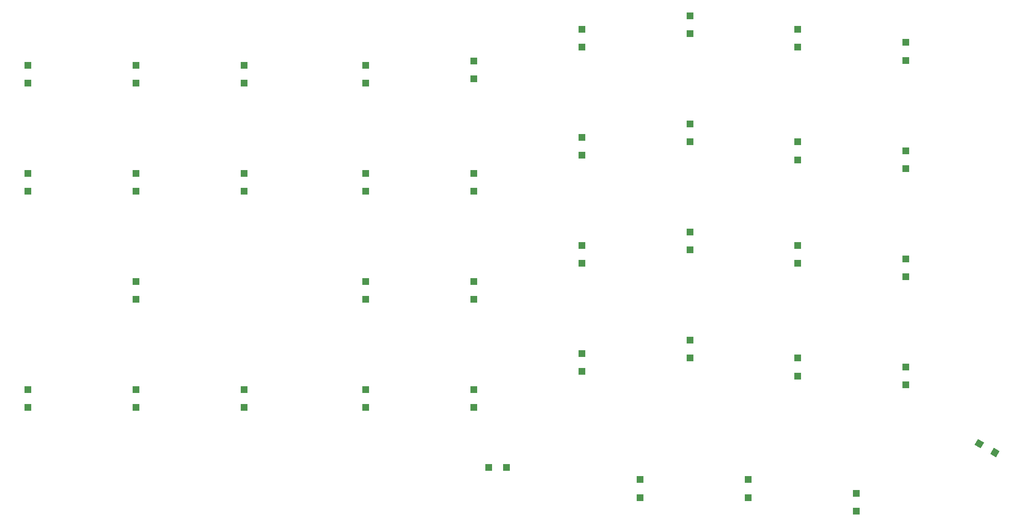
<source format=gbr>
%TF.GenerationSoftware,KiCad,Pcbnew,(5.1.9-0-10_14)*%
%TF.CreationDate,2021-04-25T18:42:27-05:00*%
%TF.ProjectId,wren-nav,7772656e-2d6e-4617-962e-6b696361645f,rev?*%
%TF.SameCoordinates,Original*%
%TF.FileFunction,Paste,Bot*%
%TF.FilePolarity,Positive*%
%FSLAX46Y46*%
G04 Gerber Fmt 4.6, Leading zero omitted, Abs format (unit mm)*
G04 Created by KiCad (PCBNEW (5.1.9-0-10_14)) date 2021-04-25 18:42:27*
%MOMM*%
%LPD*%
G01*
G04 APERTURE LIST*
%ADD10R,1.200000X1.200000*%
%ADD11C,0.100000*%
G04 APERTURE END LIST*
D10*
%TO.C,D43*%
X201609500Y-111112500D03*
X201609500Y-107962500D03*
%TD*%
%TO.C,D45*%
X155867000Y-105822750D03*
X159017000Y-105822750D03*
%TD*%
%TO.C,D44*%
X182562500Y-111112500D03*
X182562500Y-107962500D03*
%TD*%
%TO.C,D42*%
X220653500Y-113493750D03*
X220653500Y-110343750D03*
%TD*%
D11*
%TO.C,D41*%
G36*
X245851605Y-102961635D02*
G01*
X245251605Y-104000865D01*
X244212375Y-103400865D01*
X244812375Y-102361635D01*
X245851605Y-102961635D01*
G37*
G36*
X243123625Y-101386635D02*
G01*
X242523625Y-102425865D01*
X241484395Y-101825865D01*
X242084395Y-100786635D01*
X243123625Y-101386635D01*
G37*
%TD*%
D10*
%TO.C,D39*%
X74649500Y-95237500D03*
X74649500Y-92087500D03*
%TD*%
%TO.C,D38*%
X93693500Y-95225000D03*
X93693500Y-92075000D03*
%TD*%
%TO.C,D37*%
X112737500Y-95237500D03*
X112737500Y-92087500D03*
%TD*%
%TO.C,D36*%
X134162000Y-95237500D03*
X134162000Y-92087500D03*
%TD*%
%TO.C,D35*%
X153206000Y-95237500D03*
X153206000Y-92087500D03*
%TD*%
%TO.C,D34*%
X172250000Y-88887500D03*
X172250000Y-85737500D03*
%TD*%
%TO.C,D33*%
X191294000Y-86506250D03*
X191294000Y-83356250D03*
%TD*%
%TO.C,D32*%
X210338000Y-89681250D03*
X210338000Y-86531250D03*
%TD*%
%TO.C,D31*%
X229382000Y-91268750D03*
X229382000Y-88118750D03*
%TD*%
%TO.C,D28*%
X93693500Y-76187500D03*
X93693500Y-73037500D03*
%TD*%
%TO.C,D26*%
X134162000Y-76187500D03*
X134162000Y-73037500D03*
%TD*%
%TO.C,D25*%
X153206000Y-76187500D03*
X153206000Y-73037500D03*
%TD*%
%TO.C,D24*%
X172250000Y-69837500D03*
X172250000Y-66687500D03*
%TD*%
%TO.C,D23*%
X191294000Y-67456250D03*
X191294000Y-64306250D03*
%TD*%
%TO.C,D22*%
X210338000Y-69837500D03*
X210338000Y-66687500D03*
%TD*%
%TO.C,D21*%
X229382000Y-72218750D03*
X229382000Y-69068750D03*
%TD*%
%TO.C,D19*%
X74649500Y-57137500D03*
X74649500Y-53987500D03*
%TD*%
%TO.C,D18*%
X93693500Y-57137500D03*
X93693500Y-53987500D03*
%TD*%
%TO.C,D17*%
X112737500Y-57137500D03*
X112737500Y-53987500D03*
%TD*%
%TO.C,D16*%
X134162000Y-57137500D03*
X134162000Y-53987500D03*
%TD*%
%TO.C,D15*%
X153206000Y-57137500D03*
X153206000Y-53987500D03*
%TD*%
%TO.C,D14*%
X172250000Y-50787500D03*
X172250000Y-47637500D03*
%TD*%
%TO.C,D13*%
X191294000Y-48406250D03*
X191294000Y-45256250D03*
%TD*%
%TO.C,D12*%
X210338000Y-51581250D03*
X210338000Y-48431250D03*
%TD*%
%TO.C,D11*%
X229382000Y-53168750D03*
X229382000Y-50018750D03*
%TD*%
%TO.C,D9*%
X74649500Y-38087500D03*
X74649500Y-34937500D03*
%TD*%
%TO.C,D8*%
X93693500Y-38087500D03*
X93693500Y-34937500D03*
%TD*%
%TO.C,D7*%
X112737500Y-38087500D03*
X112737500Y-34937500D03*
%TD*%
%TO.C,D6*%
X134162000Y-38087500D03*
X134162000Y-34937500D03*
%TD*%
%TO.C,D5*%
X153206000Y-37293750D03*
X153206000Y-34143750D03*
%TD*%
%TO.C,D4*%
X172250000Y-31737500D03*
X172250000Y-28587500D03*
%TD*%
%TO.C,D3*%
X191294000Y-29356250D03*
X191294000Y-26206250D03*
%TD*%
%TO.C,D2*%
X210338000Y-31737500D03*
X210338000Y-28587500D03*
%TD*%
%TO.C,D1*%
X229382000Y-34056250D03*
X229382000Y-30906250D03*
%TD*%
M02*

</source>
